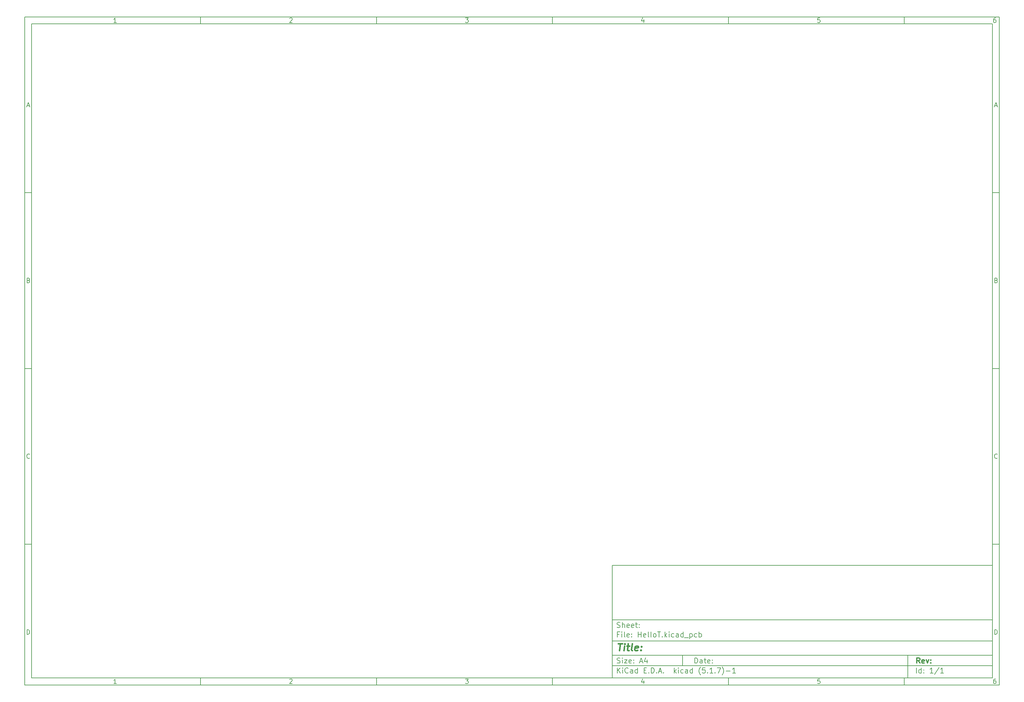
<source format=gbr>
%TF.GenerationSoftware,KiCad,Pcbnew,(5.1.7)-1*%
%TF.CreationDate,2020-12-03T05:29:24-05:00*%
%TF.ProjectId,HelIoT,48656c49-6f54-42e6-9b69-6361645f7063,rev?*%
%TF.SameCoordinates,Original*%
%TF.FileFunction,Legend,Bot*%
%TF.FilePolarity,Positive*%
%FSLAX46Y46*%
G04 Gerber Fmt 4.6, Leading zero omitted, Abs format (unit mm)*
G04 Created by KiCad (PCBNEW (5.1.7)-1) date 2020-12-03 05:29:24*
%MOMM*%
%LPD*%
G01*
G04 APERTURE LIST*
%ADD10C,0.100000*%
%ADD11C,0.150000*%
%ADD12C,0.300000*%
%ADD13C,0.400000*%
G04 APERTURE END LIST*
D10*
D11*
X177002200Y-166007200D02*
X177002200Y-198007200D01*
X285002200Y-198007200D01*
X285002200Y-166007200D01*
X177002200Y-166007200D01*
D10*
D11*
X10000000Y-10000000D02*
X10000000Y-200007200D01*
X287002200Y-200007200D01*
X287002200Y-10000000D01*
X10000000Y-10000000D01*
D10*
D11*
X12000000Y-12000000D02*
X12000000Y-198007200D01*
X285002200Y-198007200D01*
X285002200Y-12000000D01*
X12000000Y-12000000D01*
D10*
D11*
X60000000Y-12000000D02*
X60000000Y-10000000D01*
D10*
D11*
X110000000Y-12000000D02*
X110000000Y-10000000D01*
D10*
D11*
X160000000Y-12000000D02*
X160000000Y-10000000D01*
D10*
D11*
X210000000Y-12000000D02*
X210000000Y-10000000D01*
D10*
D11*
X260000000Y-12000000D02*
X260000000Y-10000000D01*
D10*
D11*
X36065476Y-11588095D02*
X35322619Y-11588095D01*
X35694047Y-11588095D02*
X35694047Y-10288095D01*
X35570238Y-10473809D01*
X35446428Y-10597619D01*
X35322619Y-10659523D01*
D10*
D11*
X85322619Y-10411904D02*
X85384523Y-10350000D01*
X85508333Y-10288095D01*
X85817857Y-10288095D01*
X85941666Y-10350000D01*
X86003571Y-10411904D01*
X86065476Y-10535714D01*
X86065476Y-10659523D01*
X86003571Y-10845238D01*
X85260714Y-11588095D01*
X86065476Y-11588095D01*
D10*
D11*
X135260714Y-10288095D02*
X136065476Y-10288095D01*
X135632142Y-10783333D01*
X135817857Y-10783333D01*
X135941666Y-10845238D01*
X136003571Y-10907142D01*
X136065476Y-11030952D01*
X136065476Y-11340476D01*
X136003571Y-11464285D01*
X135941666Y-11526190D01*
X135817857Y-11588095D01*
X135446428Y-11588095D01*
X135322619Y-11526190D01*
X135260714Y-11464285D01*
D10*
D11*
X185941666Y-10721428D02*
X185941666Y-11588095D01*
X185632142Y-10226190D02*
X185322619Y-11154761D01*
X186127380Y-11154761D01*
D10*
D11*
X236003571Y-10288095D02*
X235384523Y-10288095D01*
X235322619Y-10907142D01*
X235384523Y-10845238D01*
X235508333Y-10783333D01*
X235817857Y-10783333D01*
X235941666Y-10845238D01*
X236003571Y-10907142D01*
X236065476Y-11030952D01*
X236065476Y-11340476D01*
X236003571Y-11464285D01*
X235941666Y-11526190D01*
X235817857Y-11588095D01*
X235508333Y-11588095D01*
X235384523Y-11526190D01*
X235322619Y-11464285D01*
D10*
D11*
X285941666Y-10288095D02*
X285694047Y-10288095D01*
X285570238Y-10350000D01*
X285508333Y-10411904D01*
X285384523Y-10597619D01*
X285322619Y-10845238D01*
X285322619Y-11340476D01*
X285384523Y-11464285D01*
X285446428Y-11526190D01*
X285570238Y-11588095D01*
X285817857Y-11588095D01*
X285941666Y-11526190D01*
X286003571Y-11464285D01*
X286065476Y-11340476D01*
X286065476Y-11030952D01*
X286003571Y-10907142D01*
X285941666Y-10845238D01*
X285817857Y-10783333D01*
X285570238Y-10783333D01*
X285446428Y-10845238D01*
X285384523Y-10907142D01*
X285322619Y-11030952D01*
D10*
D11*
X60000000Y-198007200D02*
X60000000Y-200007200D01*
D10*
D11*
X110000000Y-198007200D02*
X110000000Y-200007200D01*
D10*
D11*
X160000000Y-198007200D02*
X160000000Y-200007200D01*
D10*
D11*
X210000000Y-198007200D02*
X210000000Y-200007200D01*
D10*
D11*
X260000000Y-198007200D02*
X260000000Y-200007200D01*
D10*
D11*
X36065476Y-199595295D02*
X35322619Y-199595295D01*
X35694047Y-199595295D02*
X35694047Y-198295295D01*
X35570238Y-198481009D01*
X35446428Y-198604819D01*
X35322619Y-198666723D01*
D10*
D11*
X85322619Y-198419104D02*
X85384523Y-198357200D01*
X85508333Y-198295295D01*
X85817857Y-198295295D01*
X85941666Y-198357200D01*
X86003571Y-198419104D01*
X86065476Y-198542914D01*
X86065476Y-198666723D01*
X86003571Y-198852438D01*
X85260714Y-199595295D01*
X86065476Y-199595295D01*
D10*
D11*
X135260714Y-198295295D02*
X136065476Y-198295295D01*
X135632142Y-198790533D01*
X135817857Y-198790533D01*
X135941666Y-198852438D01*
X136003571Y-198914342D01*
X136065476Y-199038152D01*
X136065476Y-199347676D01*
X136003571Y-199471485D01*
X135941666Y-199533390D01*
X135817857Y-199595295D01*
X135446428Y-199595295D01*
X135322619Y-199533390D01*
X135260714Y-199471485D01*
D10*
D11*
X185941666Y-198728628D02*
X185941666Y-199595295D01*
X185632142Y-198233390D02*
X185322619Y-199161961D01*
X186127380Y-199161961D01*
D10*
D11*
X236003571Y-198295295D02*
X235384523Y-198295295D01*
X235322619Y-198914342D01*
X235384523Y-198852438D01*
X235508333Y-198790533D01*
X235817857Y-198790533D01*
X235941666Y-198852438D01*
X236003571Y-198914342D01*
X236065476Y-199038152D01*
X236065476Y-199347676D01*
X236003571Y-199471485D01*
X235941666Y-199533390D01*
X235817857Y-199595295D01*
X235508333Y-199595295D01*
X235384523Y-199533390D01*
X235322619Y-199471485D01*
D10*
D11*
X285941666Y-198295295D02*
X285694047Y-198295295D01*
X285570238Y-198357200D01*
X285508333Y-198419104D01*
X285384523Y-198604819D01*
X285322619Y-198852438D01*
X285322619Y-199347676D01*
X285384523Y-199471485D01*
X285446428Y-199533390D01*
X285570238Y-199595295D01*
X285817857Y-199595295D01*
X285941666Y-199533390D01*
X286003571Y-199471485D01*
X286065476Y-199347676D01*
X286065476Y-199038152D01*
X286003571Y-198914342D01*
X285941666Y-198852438D01*
X285817857Y-198790533D01*
X285570238Y-198790533D01*
X285446428Y-198852438D01*
X285384523Y-198914342D01*
X285322619Y-199038152D01*
D10*
D11*
X10000000Y-60000000D02*
X12000000Y-60000000D01*
D10*
D11*
X10000000Y-110000000D02*
X12000000Y-110000000D01*
D10*
D11*
X10000000Y-160000000D02*
X12000000Y-160000000D01*
D10*
D11*
X10690476Y-35216666D02*
X11309523Y-35216666D01*
X10566666Y-35588095D02*
X11000000Y-34288095D01*
X11433333Y-35588095D01*
D10*
D11*
X11092857Y-84907142D02*
X11278571Y-84969047D01*
X11340476Y-85030952D01*
X11402380Y-85154761D01*
X11402380Y-85340476D01*
X11340476Y-85464285D01*
X11278571Y-85526190D01*
X11154761Y-85588095D01*
X10659523Y-85588095D01*
X10659523Y-84288095D01*
X11092857Y-84288095D01*
X11216666Y-84350000D01*
X11278571Y-84411904D01*
X11340476Y-84535714D01*
X11340476Y-84659523D01*
X11278571Y-84783333D01*
X11216666Y-84845238D01*
X11092857Y-84907142D01*
X10659523Y-84907142D01*
D10*
D11*
X11402380Y-135464285D02*
X11340476Y-135526190D01*
X11154761Y-135588095D01*
X11030952Y-135588095D01*
X10845238Y-135526190D01*
X10721428Y-135402380D01*
X10659523Y-135278571D01*
X10597619Y-135030952D01*
X10597619Y-134845238D01*
X10659523Y-134597619D01*
X10721428Y-134473809D01*
X10845238Y-134350000D01*
X11030952Y-134288095D01*
X11154761Y-134288095D01*
X11340476Y-134350000D01*
X11402380Y-134411904D01*
D10*
D11*
X10659523Y-185588095D02*
X10659523Y-184288095D01*
X10969047Y-184288095D01*
X11154761Y-184350000D01*
X11278571Y-184473809D01*
X11340476Y-184597619D01*
X11402380Y-184845238D01*
X11402380Y-185030952D01*
X11340476Y-185278571D01*
X11278571Y-185402380D01*
X11154761Y-185526190D01*
X10969047Y-185588095D01*
X10659523Y-185588095D01*
D10*
D11*
X287002200Y-60000000D02*
X285002200Y-60000000D01*
D10*
D11*
X287002200Y-110000000D02*
X285002200Y-110000000D01*
D10*
D11*
X287002200Y-160000000D02*
X285002200Y-160000000D01*
D10*
D11*
X285692676Y-35216666D02*
X286311723Y-35216666D01*
X285568866Y-35588095D02*
X286002200Y-34288095D01*
X286435533Y-35588095D01*
D10*
D11*
X286095057Y-84907142D02*
X286280771Y-84969047D01*
X286342676Y-85030952D01*
X286404580Y-85154761D01*
X286404580Y-85340476D01*
X286342676Y-85464285D01*
X286280771Y-85526190D01*
X286156961Y-85588095D01*
X285661723Y-85588095D01*
X285661723Y-84288095D01*
X286095057Y-84288095D01*
X286218866Y-84350000D01*
X286280771Y-84411904D01*
X286342676Y-84535714D01*
X286342676Y-84659523D01*
X286280771Y-84783333D01*
X286218866Y-84845238D01*
X286095057Y-84907142D01*
X285661723Y-84907142D01*
D10*
D11*
X286404580Y-135464285D02*
X286342676Y-135526190D01*
X286156961Y-135588095D01*
X286033152Y-135588095D01*
X285847438Y-135526190D01*
X285723628Y-135402380D01*
X285661723Y-135278571D01*
X285599819Y-135030952D01*
X285599819Y-134845238D01*
X285661723Y-134597619D01*
X285723628Y-134473809D01*
X285847438Y-134350000D01*
X286033152Y-134288095D01*
X286156961Y-134288095D01*
X286342676Y-134350000D01*
X286404580Y-134411904D01*
D10*
D11*
X285661723Y-185588095D02*
X285661723Y-184288095D01*
X285971247Y-184288095D01*
X286156961Y-184350000D01*
X286280771Y-184473809D01*
X286342676Y-184597619D01*
X286404580Y-184845238D01*
X286404580Y-185030952D01*
X286342676Y-185278571D01*
X286280771Y-185402380D01*
X286156961Y-185526190D01*
X285971247Y-185588095D01*
X285661723Y-185588095D01*
D10*
D11*
X200434342Y-193785771D02*
X200434342Y-192285771D01*
X200791485Y-192285771D01*
X201005771Y-192357200D01*
X201148628Y-192500057D01*
X201220057Y-192642914D01*
X201291485Y-192928628D01*
X201291485Y-193142914D01*
X201220057Y-193428628D01*
X201148628Y-193571485D01*
X201005771Y-193714342D01*
X200791485Y-193785771D01*
X200434342Y-193785771D01*
X202577200Y-193785771D02*
X202577200Y-193000057D01*
X202505771Y-192857200D01*
X202362914Y-192785771D01*
X202077200Y-192785771D01*
X201934342Y-192857200D01*
X202577200Y-193714342D02*
X202434342Y-193785771D01*
X202077200Y-193785771D01*
X201934342Y-193714342D01*
X201862914Y-193571485D01*
X201862914Y-193428628D01*
X201934342Y-193285771D01*
X202077200Y-193214342D01*
X202434342Y-193214342D01*
X202577200Y-193142914D01*
X203077200Y-192785771D02*
X203648628Y-192785771D01*
X203291485Y-192285771D02*
X203291485Y-193571485D01*
X203362914Y-193714342D01*
X203505771Y-193785771D01*
X203648628Y-193785771D01*
X204720057Y-193714342D02*
X204577200Y-193785771D01*
X204291485Y-193785771D01*
X204148628Y-193714342D01*
X204077200Y-193571485D01*
X204077200Y-193000057D01*
X204148628Y-192857200D01*
X204291485Y-192785771D01*
X204577200Y-192785771D01*
X204720057Y-192857200D01*
X204791485Y-193000057D01*
X204791485Y-193142914D01*
X204077200Y-193285771D01*
X205434342Y-193642914D02*
X205505771Y-193714342D01*
X205434342Y-193785771D01*
X205362914Y-193714342D01*
X205434342Y-193642914D01*
X205434342Y-193785771D01*
X205434342Y-192857200D02*
X205505771Y-192928628D01*
X205434342Y-193000057D01*
X205362914Y-192928628D01*
X205434342Y-192857200D01*
X205434342Y-193000057D01*
D10*
D11*
X177002200Y-194507200D02*
X285002200Y-194507200D01*
D10*
D11*
X178434342Y-196585771D02*
X178434342Y-195085771D01*
X179291485Y-196585771D02*
X178648628Y-195728628D01*
X179291485Y-195085771D02*
X178434342Y-195942914D01*
X179934342Y-196585771D02*
X179934342Y-195585771D01*
X179934342Y-195085771D02*
X179862914Y-195157200D01*
X179934342Y-195228628D01*
X180005771Y-195157200D01*
X179934342Y-195085771D01*
X179934342Y-195228628D01*
X181505771Y-196442914D02*
X181434342Y-196514342D01*
X181220057Y-196585771D01*
X181077200Y-196585771D01*
X180862914Y-196514342D01*
X180720057Y-196371485D01*
X180648628Y-196228628D01*
X180577200Y-195942914D01*
X180577200Y-195728628D01*
X180648628Y-195442914D01*
X180720057Y-195300057D01*
X180862914Y-195157200D01*
X181077200Y-195085771D01*
X181220057Y-195085771D01*
X181434342Y-195157200D01*
X181505771Y-195228628D01*
X182791485Y-196585771D02*
X182791485Y-195800057D01*
X182720057Y-195657200D01*
X182577200Y-195585771D01*
X182291485Y-195585771D01*
X182148628Y-195657200D01*
X182791485Y-196514342D02*
X182648628Y-196585771D01*
X182291485Y-196585771D01*
X182148628Y-196514342D01*
X182077200Y-196371485D01*
X182077200Y-196228628D01*
X182148628Y-196085771D01*
X182291485Y-196014342D01*
X182648628Y-196014342D01*
X182791485Y-195942914D01*
X184148628Y-196585771D02*
X184148628Y-195085771D01*
X184148628Y-196514342D02*
X184005771Y-196585771D01*
X183720057Y-196585771D01*
X183577200Y-196514342D01*
X183505771Y-196442914D01*
X183434342Y-196300057D01*
X183434342Y-195871485D01*
X183505771Y-195728628D01*
X183577200Y-195657200D01*
X183720057Y-195585771D01*
X184005771Y-195585771D01*
X184148628Y-195657200D01*
X186005771Y-195800057D02*
X186505771Y-195800057D01*
X186720057Y-196585771D02*
X186005771Y-196585771D01*
X186005771Y-195085771D01*
X186720057Y-195085771D01*
X187362914Y-196442914D02*
X187434342Y-196514342D01*
X187362914Y-196585771D01*
X187291485Y-196514342D01*
X187362914Y-196442914D01*
X187362914Y-196585771D01*
X188077200Y-196585771D02*
X188077200Y-195085771D01*
X188434342Y-195085771D01*
X188648628Y-195157200D01*
X188791485Y-195300057D01*
X188862914Y-195442914D01*
X188934342Y-195728628D01*
X188934342Y-195942914D01*
X188862914Y-196228628D01*
X188791485Y-196371485D01*
X188648628Y-196514342D01*
X188434342Y-196585771D01*
X188077200Y-196585771D01*
X189577200Y-196442914D02*
X189648628Y-196514342D01*
X189577200Y-196585771D01*
X189505771Y-196514342D01*
X189577200Y-196442914D01*
X189577200Y-196585771D01*
X190220057Y-196157200D02*
X190934342Y-196157200D01*
X190077200Y-196585771D02*
X190577200Y-195085771D01*
X191077200Y-196585771D01*
X191577200Y-196442914D02*
X191648628Y-196514342D01*
X191577200Y-196585771D01*
X191505771Y-196514342D01*
X191577200Y-196442914D01*
X191577200Y-196585771D01*
X194577200Y-196585771D02*
X194577200Y-195085771D01*
X194720057Y-196014342D02*
X195148628Y-196585771D01*
X195148628Y-195585771D02*
X194577200Y-196157200D01*
X195791485Y-196585771D02*
X195791485Y-195585771D01*
X195791485Y-195085771D02*
X195720057Y-195157200D01*
X195791485Y-195228628D01*
X195862914Y-195157200D01*
X195791485Y-195085771D01*
X195791485Y-195228628D01*
X197148628Y-196514342D02*
X197005771Y-196585771D01*
X196720057Y-196585771D01*
X196577200Y-196514342D01*
X196505771Y-196442914D01*
X196434342Y-196300057D01*
X196434342Y-195871485D01*
X196505771Y-195728628D01*
X196577200Y-195657200D01*
X196720057Y-195585771D01*
X197005771Y-195585771D01*
X197148628Y-195657200D01*
X198434342Y-196585771D02*
X198434342Y-195800057D01*
X198362914Y-195657200D01*
X198220057Y-195585771D01*
X197934342Y-195585771D01*
X197791485Y-195657200D01*
X198434342Y-196514342D02*
X198291485Y-196585771D01*
X197934342Y-196585771D01*
X197791485Y-196514342D01*
X197720057Y-196371485D01*
X197720057Y-196228628D01*
X197791485Y-196085771D01*
X197934342Y-196014342D01*
X198291485Y-196014342D01*
X198434342Y-195942914D01*
X199791485Y-196585771D02*
X199791485Y-195085771D01*
X199791485Y-196514342D02*
X199648628Y-196585771D01*
X199362914Y-196585771D01*
X199220057Y-196514342D01*
X199148628Y-196442914D01*
X199077200Y-196300057D01*
X199077200Y-195871485D01*
X199148628Y-195728628D01*
X199220057Y-195657200D01*
X199362914Y-195585771D01*
X199648628Y-195585771D01*
X199791485Y-195657200D01*
X202077200Y-197157200D02*
X202005771Y-197085771D01*
X201862914Y-196871485D01*
X201791485Y-196728628D01*
X201720057Y-196514342D01*
X201648628Y-196157200D01*
X201648628Y-195871485D01*
X201720057Y-195514342D01*
X201791485Y-195300057D01*
X201862914Y-195157200D01*
X202005771Y-194942914D01*
X202077200Y-194871485D01*
X203362914Y-195085771D02*
X202648628Y-195085771D01*
X202577200Y-195800057D01*
X202648628Y-195728628D01*
X202791485Y-195657200D01*
X203148628Y-195657200D01*
X203291485Y-195728628D01*
X203362914Y-195800057D01*
X203434342Y-195942914D01*
X203434342Y-196300057D01*
X203362914Y-196442914D01*
X203291485Y-196514342D01*
X203148628Y-196585771D01*
X202791485Y-196585771D01*
X202648628Y-196514342D01*
X202577200Y-196442914D01*
X204077200Y-196442914D02*
X204148628Y-196514342D01*
X204077200Y-196585771D01*
X204005771Y-196514342D01*
X204077200Y-196442914D01*
X204077200Y-196585771D01*
X205577200Y-196585771D02*
X204720057Y-196585771D01*
X205148628Y-196585771D02*
X205148628Y-195085771D01*
X205005771Y-195300057D01*
X204862914Y-195442914D01*
X204720057Y-195514342D01*
X206220057Y-196442914D02*
X206291485Y-196514342D01*
X206220057Y-196585771D01*
X206148628Y-196514342D01*
X206220057Y-196442914D01*
X206220057Y-196585771D01*
X206791485Y-195085771D02*
X207791485Y-195085771D01*
X207148628Y-196585771D01*
X208220057Y-197157200D02*
X208291485Y-197085771D01*
X208434342Y-196871485D01*
X208505771Y-196728628D01*
X208577200Y-196514342D01*
X208648628Y-196157200D01*
X208648628Y-195871485D01*
X208577200Y-195514342D01*
X208505771Y-195300057D01*
X208434342Y-195157200D01*
X208291485Y-194942914D01*
X208220057Y-194871485D01*
X209362914Y-196014342D02*
X210505771Y-196014342D01*
X212005771Y-196585771D02*
X211148628Y-196585771D01*
X211577200Y-196585771D02*
X211577200Y-195085771D01*
X211434342Y-195300057D01*
X211291485Y-195442914D01*
X211148628Y-195514342D01*
D10*
D11*
X177002200Y-191507200D02*
X285002200Y-191507200D01*
D10*
D12*
X264411485Y-193785771D02*
X263911485Y-193071485D01*
X263554342Y-193785771D02*
X263554342Y-192285771D01*
X264125771Y-192285771D01*
X264268628Y-192357200D01*
X264340057Y-192428628D01*
X264411485Y-192571485D01*
X264411485Y-192785771D01*
X264340057Y-192928628D01*
X264268628Y-193000057D01*
X264125771Y-193071485D01*
X263554342Y-193071485D01*
X265625771Y-193714342D02*
X265482914Y-193785771D01*
X265197200Y-193785771D01*
X265054342Y-193714342D01*
X264982914Y-193571485D01*
X264982914Y-193000057D01*
X265054342Y-192857200D01*
X265197200Y-192785771D01*
X265482914Y-192785771D01*
X265625771Y-192857200D01*
X265697200Y-193000057D01*
X265697200Y-193142914D01*
X264982914Y-193285771D01*
X266197200Y-192785771D02*
X266554342Y-193785771D01*
X266911485Y-192785771D01*
X267482914Y-193642914D02*
X267554342Y-193714342D01*
X267482914Y-193785771D01*
X267411485Y-193714342D01*
X267482914Y-193642914D01*
X267482914Y-193785771D01*
X267482914Y-192857200D02*
X267554342Y-192928628D01*
X267482914Y-193000057D01*
X267411485Y-192928628D01*
X267482914Y-192857200D01*
X267482914Y-193000057D01*
D10*
D11*
X178362914Y-193714342D02*
X178577200Y-193785771D01*
X178934342Y-193785771D01*
X179077200Y-193714342D01*
X179148628Y-193642914D01*
X179220057Y-193500057D01*
X179220057Y-193357200D01*
X179148628Y-193214342D01*
X179077200Y-193142914D01*
X178934342Y-193071485D01*
X178648628Y-193000057D01*
X178505771Y-192928628D01*
X178434342Y-192857200D01*
X178362914Y-192714342D01*
X178362914Y-192571485D01*
X178434342Y-192428628D01*
X178505771Y-192357200D01*
X178648628Y-192285771D01*
X179005771Y-192285771D01*
X179220057Y-192357200D01*
X179862914Y-193785771D02*
X179862914Y-192785771D01*
X179862914Y-192285771D02*
X179791485Y-192357200D01*
X179862914Y-192428628D01*
X179934342Y-192357200D01*
X179862914Y-192285771D01*
X179862914Y-192428628D01*
X180434342Y-192785771D02*
X181220057Y-192785771D01*
X180434342Y-193785771D01*
X181220057Y-193785771D01*
X182362914Y-193714342D02*
X182220057Y-193785771D01*
X181934342Y-193785771D01*
X181791485Y-193714342D01*
X181720057Y-193571485D01*
X181720057Y-193000057D01*
X181791485Y-192857200D01*
X181934342Y-192785771D01*
X182220057Y-192785771D01*
X182362914Y-192857200D01*
X182434342Y-193000057D01*
X182434342Y-193142914D01*
X181720057Y-193285771D01*
X183077200Y-193642914D02*
X183148628Y-193714342D01*
X183077200Y-193785771D01*
X183005771Y-193714342D01*
X183077200Y-193642914D01*
X183077200Y-193785771D01*
X183077200Y-192857200D02*
X183148628Y-192928628D01*
X183077200Y-193000057D01*
X183005771Y-192928628D01*
X183077200Y-192857200D01*
X183077200Y-193000057D01*
X184862914Y-193357200D02*
X185577200Y-193357200D01*
X184720057Y-193785771D02*
X185220057Y-192285771D01*
X185720057Y-193785771D01*
X186862914Y-192785771D02*
X186862914Y-193785771D01*
X186505771Y-192214342D02*
X186148628Y-193285771D01*
X187077200Y-193285771D01*
D10*
D11*
X263434342Y-196585771D02*
X263434342Y-195085771D01*
X264791485Y-196585771D02*
X264791485Y-195085771D01*
X264791485Y-196514342D02*
X264648628Y-196585771D01*
X264362914Y-196585771D01*
X264220057Y-196514342D01*
X264148628Y-196442914D01*
X264077200Y-196300057D01*
X264077200Y-195871485D01*
X264148628Y-195728628D01*
X264220057Y-195657200D01*
X264362914Y-195585771D01*
X264648628Y-195585771D01*
X264791485Y-195657200D01*
X265505771Y-196442914D02*
X265577200Y-196514342D01*
X265505771Y-196585771D01*
X265434342Y-196514342D01*
X265505771Y-196442914D01*
X265505771Y-196585771D01*
X265505771Y-195657200D02*
X265577200Y-195728628D01*
X265505771Y-195800057D01*
X265434342Y-195728628D01*
X265505771Y-195657200D01*
X265505771Y-195800057D01*
X268148628Y-196585771D02*
X267291485Y-196585771D01*
X267720057Y-196585771D02*
X267720057Y-195085771D01*
X267577200Y-195300057D01*
X267434342Y-195442914D01*
X267291485Y-195514342D01*
X269862914Y-195014342D02*
X268577200Y-196942914D01*
X271148628Y-196585771D02*
X270291485Y-196585771D01*
X270720057Y-196585771D02*
X270720057Y-195085771D01*
X270577200Y-195300057D01*
X270434342Y-195442914D01*
X270291485Y-195514342D01*
D10*
D11*
X177002200Y-187507200D02*
X285002200Y-187507200D01*
D10*
D13*
X178714580Y-188211961D02*
X179857438Y-188211961D01*
X179036009Y-190211961D02*
X179286009Y-188211961D01*
X180274104Y-190211961D02*
X180440771Y-188878628D01*
X180524104Y-188211961D02*
X180416961Y-188307200D01*
X180500295Y-188402438D01*
X180607438Y-188307200D01*
X180524104Y-188211961D01*
X180500295Y-188402438D01*
X181107438Y-188878628D02*
X181869342Y-188878628D01*
X181476485Y-188211961D02*
X181262200Y-189926247D01*
X181333628Y-190116723D01*
X181512200Y-190211961D01*
X181702676Y-190211961D01*
X182655057Y-190211961D02*
X182476485Y-190116723D01*
X182405057Y-189926247D01*
X182619342Y-188211961D01*
X184190771Y-190116723D02*
X183988390Y-190211961D01*
X183607438Y-190211961D01*
X183428866Y-190116723D01*
X183357438Y-189926247D01*
X183452676Y-189164342D01*
X183571723Y-188973866D01*
X183774104Y-188878628D01*
X184155057Y-188878628D01*
X184333628Y-188973866D01*
X184405057Y-189164342D01*
X184381247Y-189354819D01*
X183405057Y-189545295D01*
X185155057Y-190021485D02*
X185238390Y-190116723D01*
X185131247Y-190211961D01*
X185047914Y-190116723D01*
X185155057Y-190021485D01*
X185131247Y-190211961D01*
X185286009Y-188973866D02*
X185369342Y-189069104D01*
X185262200Y-189164342D01*
X185178866Y-189069104D01*
X185286009Y-188973866D01*
X185262200Y-189164342D01*
D10*
D11*
X178934342Y-185600057D02*
X178434342Y-185600057D01*
X178434342Y-186385771D02*
X178434342Y-184885771D01*
X179148628Y-184885771D01*
X179720057Y-186385771D02*
X179720057Y-185385771D01*
X179720057Y-184885771D02*
X179648628Y-184957200D01*
X179720057Y-185028628D01*
X179791485Y-184957200D01*
X179720057Y-184885771D01*
X179720057Y-185028628D01*
X180648628Y-186385771D02*
X180505771Y-186314342D01*
X180434342Y-186171485D01*
X180434342Y-184885771D01*
X181791485Y-186314342D02*
X181648628Y-186385771D01*
X181362914Y-186385771D01*
X181220057Y-186314342D01*
X181148628Y-186171485D01*
X181148628Y-185600057D01*
X181220057Y-185457200D01*
X181362914Y-185385771D01*
X181648628Y-185385771D01*
X181791485Y-185457200D01*
X181862914Y-185600057D01*
X181862914Y-185742914D01*
X181148628Y-185885771D01*
X182505771Y-186242914D02*
X182577200Y-186314342D01*
X182505771Y-186385771D01*
X182434342Y-186314342D01*
X182505771Y-186242914D01*
X182505771Y-186385771D01*
X182505771Y-185457200D02*
X182577200Y-185528628D01*
X182505771Y-185600057D01*
X182434342Y-185528628D01*
X182505771Y-185457200D01*
X182505771Y-185600057D01*
X184362914Y-186385771D02*
X184362914Y-184885771D01*
X184362914Y-185600057D02*
X185220057Y-185600057D01*
X185220057Y-186385771D02*
X185220057Y-184885771D01*
X186505771Y-186314342D02*
X186362914Y-186385771D01*
X186077200Y-186385771D01*
X185934342Y-186314342D01*
X185862914Y-186171485D01*
X185862914Y-185600057D01*
X185934342Y-185457200D01*
X186077200Y-185385771D01*
X186362914Y-185385771D01*
X186505771Y-185457200D01*
X186577200Y-185600057D01*
X186577200Y-185742914D01*
X185862914Y-185885771D01*
X187434342Y-186385771D02*
X187291485Y-186314342D01*
X187220057Y-186171485D01*
X187220057Y-184885771D01*
X188005771Y-186385771D02*
X188005771Y-184885771D01*
X188934342Y-186385771D02*
X188791485Y-186314342D01*
X188720057Y-186242914D01*
X188648628Y-186100057D01*
X188648628Y-185671485D01*
X188720057Y-185528628D01*
X188791485Y-185457200D01*
X188934342Y-185385771D01*
X189148628Y-185385771D01*
X189291485Y-185457200D01*
X189362914Y-185528628D01*
X189434342Y-185671485D01*
X189434342Y-186100057D01*
X189362914Y-186242914D01*
X189291485Y-186314342D01*
X189148628Y-186385771D01*
X188934342Y-186385771D01*
X189862914Y-184885771D02*
X190720057Y-184885771D01*
X190291485Y-186385771D02*
X190291485Y-184885771D01*
X191220057Y-186242914D02*
X191291485Y-186314342D01*
X191220057Y-186385771D01*
X191148628Y-186314342D01*
X191220057Y-186242914D01*
X191220057Y-186385771D01*
X191934342Y-186385771D02*
X191934342Y-184885771D01*
X192077200Y-185814342D02*
X192505771Y-186385771D01*
X192505771Y-185385771D02*
X191934342Y-185957200D01*
X193148628Y-186385771D02*
X193148628Y-185385771D01*
X193148628Y-184885771D02*
X193077200Y-184957200D01*
X193148628Y-185028628D01*
X193220057Y-184957200D01*
X193148628Y-184885771D01*
X193148628Y-185028628D01*
X194505771Y-186314342D02*
X194362914Y-186385771D01*
X194077200Y-186385771D01*
X193934342Y-186314342D01*
X193862914Y-186242914D01*
X193791485Y-186100057D01*
X193791485Y-185671485D01*
X193862914Y-185528628D01*
X193934342Y-185457200D01*
X194077200Y-185385771D01*
X194362914Y-185385771D01*
X194505771Y-185457200D01*
X195791485Y-186385771D02*
X195791485Y-185600057D01*
X195720057Y-185457200D01*
X195577200Y-185385771D01*
X195291485Y-185385771D01*
X195148628Y-185457200D01*
X195791485Y-186314342D02*
X195648628Y-186385771D01*
X195291485Y-186385771D01*
X195148628Y-186314342D01*
X195077200Y-186171485D01*
X195077200Y-186028628D01*
X195148628Y-185885771D01*
X195291485Y-185814342D01*
X195648628Y-185814342D01*
X195791485Y-185742914D01*
X197148628Y-186385771D02*
X197148628Y-184885771D01*
X197148628Y-186314342D02*
X197005771Y-186385771D01*
X196720057Y-186385771D01*
X196577200Y-186314342D01*
X196505771Y-186242914D01*
X196434342Y-186100057D01*
X196434342Y-185671485D01*
X196505771Y-185528628D01*
X196577200Y-185457200D01*
X196720057Y-185385771D01*
X197005771Y-185385771D01*
X197148628Y-185457200D01*
X197505771Y-186528628D02*
X198648628Y-186528628D01*
X199005771Y-185385771D02*
X199005771Y-186885771D01*
X199005771Y-185457200D02*
X199148628Y-185385771D01*
X199434342Y-185385771D01*
X199577200Y-185457200D01*
X199648628Y-185528628D01*
X199720057Y-185671485D01*
X199720057Y-186100057D01*
X199648628Y-186242914D01*
X199577200Y-186314342D01*
X199434342Y-186385771D01*
X199148628Y-186385771D01*
X199005771Y-186314342D01*
X201005771Y-186314342D02*
X200862914Y-186385771D01*
X200577200Y-186385771D01*
X200434342Y-186314342D01*
X200362914Y-186242914D01*
X200291485Y-186100057D01*
X200291485Y-185671485D01*
X200362914Y-185528628D01*
X200434342Y-185457200D01*
X200577200Y-185385771D01*
X200862914Y-185385771D01*
X201005771Y-185457200D01*
X201648628Y-186385771D02*
X201648628Y-184885771D01*
X201648628Y-185457200D02*
X201791485Y-185385771D01*
X202077200Y-185385771D01*
X202220057Y-185457200D01*
X202291485Y-185528628D01*
X202362914Y-185671485D01*
X202362914Y-186100057D01*
X202291485Y-186242914D01*
X202220057Y-186314342D01*
X202077200Y-186385771D01*
X201791485Y-186385771D01*
X201648628Y-186314342D01*
D10*
D11*
X177002200Y-181507200D02*
X285002200Y-181507200D01*
D10*
D11*
X178362914Y-183614342D02*
X178577200Y-183685771D01*
X178934342Y-183685771D01*
X179077200Y-183614342D01*
X179148628Y-183542914D01*
X179220057Y-183400057D01*
X179220057Y-183257200D01*
X179148628Y-183114342D01*
X179077200Y-183042914D01*
X178934342Y-182971485D01*
X178648628Y-182900057D01*
X178505771Y-182828628D01*
X178434342Y-182757200D01*
X178362914Y-182614342D01*
X178362914Y-182471485D01*
X178434342Y-182328628D01*
X178505771Y-182257200D01*
X178648628Y-182185771D01*
X179005771Y-182185771D01*
X179220057Y-182257200D01*
X179862914Y-183685771D02*
X179862914Y-182185771D01*
X180505771Y-183685771D02*
X180505771Y-182900057D01*
X180434342Y-182757200D01*
X180291485Y-182685771D01*
X180077200Y-182685771D01*
X179934342Y-182757200D01*
X179862914Y-182828628D01*
X181791485Y-183614342D02*
X181648628Y-183685771D01*
X181362914Y-183685771D01*
X181220057Y-183614342D01*
X181148628Y-183471485D01*
X181148628Y-182900057D01*
X181220057Y-182757200D01*
X181362914Y-182685771D01*
X181648628Y-182685771D01*
X181791485Y-182757200D01*
X181862914Y-182900057D01*
X181862914Y-183042914D01*
X181148628Y-183185771D01*
X183077200Y-183614342D02*
X182934342Y-183685771D01*
X182648628Y-183685771D01*
X182505771Y-183614342D01*
X182434342Y-183471485D01*
X182434342Y-182900057D01*
X182505771Y-182757200D01*
X182648628Y-182685771D01*
X182934342Y-182685771D01*
X183077200Y-182757200D01*
X183148628Y-182900057D01*
X183148628Y-183042914D01*
X182434342Y-183185771D01*
X183577200Y-182685771D02*
X184148628Y-182685771D01*
X183791485Y-182185771D02*
X183791485Y-183471485D01*
X183862914Y-183614342D01*
X184005771Y-183685771D01*
X184148628Y-183685771D01*
X184648628Y-183542914D02*
X184720057Y-183614342D01*
X184648628Y-183685771D01*
X184577200Y-183614342D01*
X184648628Y-183542914D01*
X184648628Y-183685771D01*
X184648628Y-182757200D02*
X184720057Y-182828628D01*
X184648628Y-182900057D01*
X184577200Y-182828628D01*
X184648628Y-182757200D01*
X184648628Y-182900057D01*
D10*
D11*
X197002200Y-191507200D02*
X197002200Y-194507200D01*
D10*
D11*
X261002200Y-191507200D02*
X261002200Y-198007200D01*
M02*

</source>
